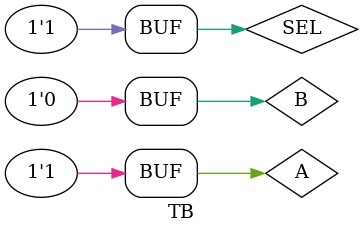
<source format=v>
module MY_MUX (A,B,SEL,OUT);
  input A,B,SEL;
  output OUT;
  MY_AND g1(A,SEL,x1);
  MY_AND g2(B,NOT_SEL,x2);
  MY_NOT g3(SEL,NOT_SEL);
  MY_OR g4(x1,x2,OUT);
endmodule // MY_MUX
module TB;
   initial begin
     $dumpfile("testing.dump");
     $dumpvars;
   end
  reg A,B,SEL;
  wire OUT;
  MY_MUX a(A,B,SEL,OUT);
  initial begin
  $monitor ("When A= ",A," And B= ",B," And SEL= ",SEL," The output is ",OUT);
    A=0;B=1;SEL=0;
    #5;
    A=1;B=0;SEL=1;
    #5;
  end
endmodule //TB

</source>
